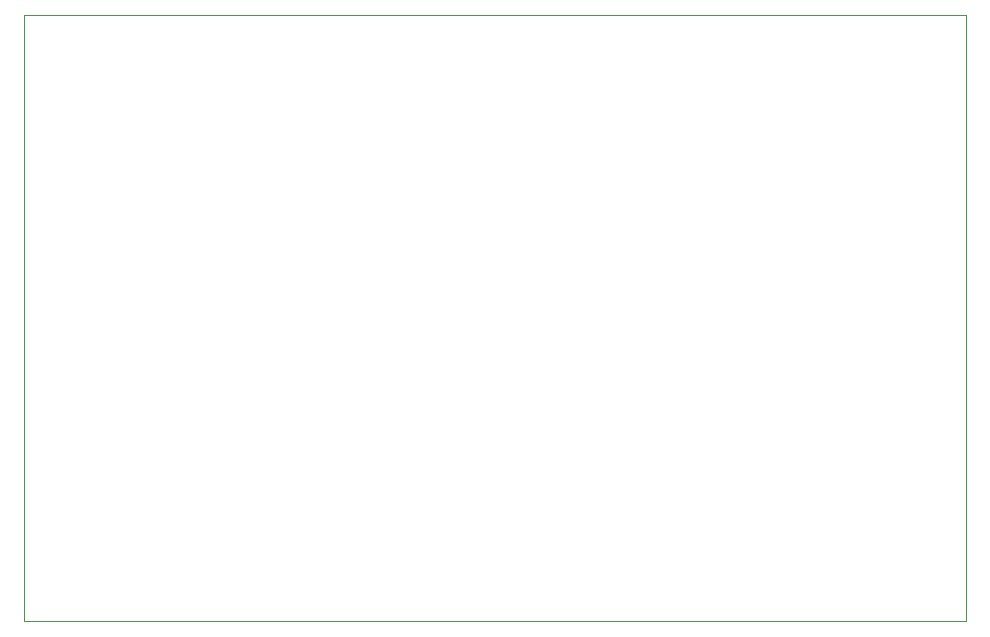
<source format=gbr>
%TF.GenerationSoftware,KiCad,Pcbnew,8.0.7*%
%TF.CreationDate,2024-12-25T18:39:51+01:00*%
%TF.ProjectId,33120a,33333132-3061-42e6-9b69-6361645f7063,rev?*%
%TF.SameCoordinates,Original*%
%TF.FileFunction,Profile,NP*%
%FSLAX46Y46*%
G04 Gerber Fmt 4.6, Leading zero omitted, Abs format (unit mm)*
G04 Created by KiCad (PCBNEW 8.0.7) date 2024-12-25 18:39:51*
%MOMM*%
%LPD*%
G01*
G04 APERTURE LIST*
%TA.AperFunction,Profile*%
%ADD10C,0.100000*%
%TD*%
G04 APERTURE END LIST*
D10*
X91440000Y-81280000D02*
X171196000Y-81280000D01*
X171196000Y-132588000D01*
X91440000Y-132588000D01*
X91440000Y-81280000D01*
M02*

</source>
